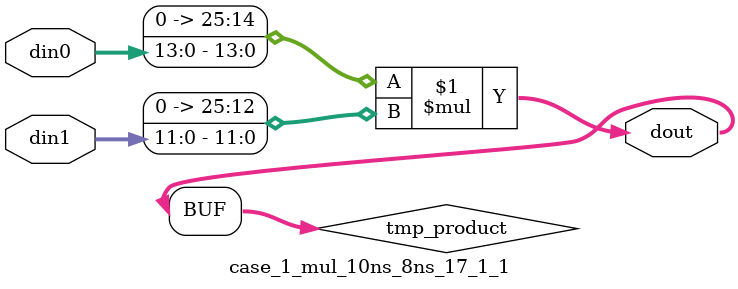
<source format=v>

`timescale 1 ns / 1 ps

 (* use_dsp = "no" *)  module case_1_mul_10ns_8ns_17_1_1(din0, din1, dout);
parameter ID = 1;
parameter NUM_STAGE = 0;
parameter din0_WIDTH = 14;
parameter din1_WIDTH = 12;
parameter dout_WIDTH = 26;

input [din0_WIDTH - 1 : 0] din0; 
input [din1_WIDTH - 1 : 0] din1; 
output [dout_WIDTH - 1 : 0] dout;

wire signed [dout_WIDTH - 1 : 0] tmp_product;
























assign tmp_product = $signed({1'b0, din0}) * $signed({1'b0, din1});











assign dout = tmp_product;





















endmodule

</source>
